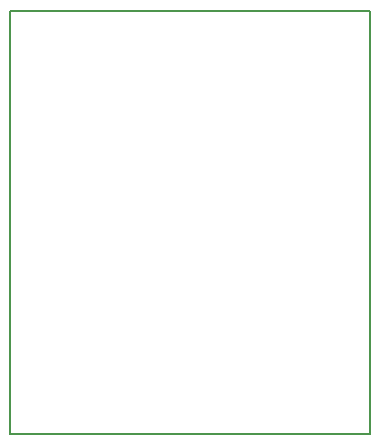
<source format=gbr>
G04 #@! TF.GenerationSoftware,KiCad,Pcbnew,5.0.1-33cea8e~66~ubuntu18.04.1*
G04 #@! TF.CreationDate,2018-10-18T18:44:20+09:00*
G04 #@! TF.ProjectId,relay_jacks,72656C61795F6A61636B732E6B696361,rev?*
G04 #@! TF.SameCoordinates,Original*
G04 #@! TF.FileFunction,Profile,NP*
%FSLAX46Y46*%
G04 Gerber Fmt 4.6, Leading zero omitted, Abs format (unit mm)*
G04 Created by KiCad (PCBNEW 5.0.1-33cea8e~66~ubuntu18.04.1) date 2018年10月18日 18時44分20秒*
%MOMM*%
%LPD*%
G01*
G04 APERTURE LIST*
%ADD10C,0.200000*%
G04 APERTURE END LIST*
D10*
X103632000Y-86868000D02*
X73152000Y-86868000D01*
X103632000Y-122682000D02*
X103632000Y-86868000D01*
X73152000Y-122682000D02*
X103632000Y-122682000D01*
X73152000Y-86868000D02*
X73152000Y-122682000D01*
M02*

</source>
